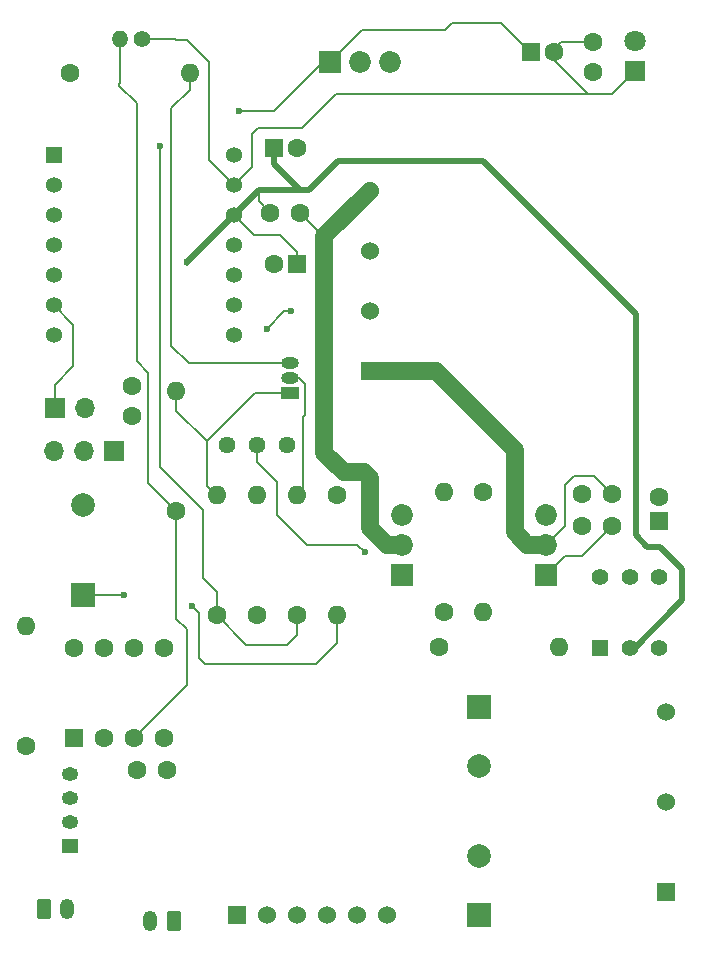
<source format=gbl>
G04 #@! TF.GenerationSoftware,KiCad,Pcbnew,8.0.4*
G04 #@! TF.CreationDate,2024-08-08T12:00:57+02:00*
G04 #@! TF.ProjectId,LED-board-PWM,4c45442d-626f-4617-9264-2d50574d2e6b,rev?*
G04 #@! TF.SameCoordinates,Original*
G04 #@! TF.FileFunction,Copper,L2,Bot*
G04 #@! TF.FilePolarity,Positive*
%FSLAX46Y46*%
G04 Gerber Fmt 4.6, Leading zero omitted, Abs format (unit mm)*
G04 Created by KiCad (PCBNEW 8.0.4) date 2024-08-08 12:00:57*
%MOMM*%
%LPD*%
G01*
G04 APERTURE LIST*
G04 Aperture macros list*
%AMRoundRect*
0 Rectangle with rounded corners*
0 $1 Rounding radius*
0 $2 $3 $4 $5 $6 $7 $8 $9 X,Y pos of 4 corners*
0 Add a 4 corners polygon primitive as box body*
4,1,4,$2,$3,$4,$5,$6,$7,$8,$9,$2,$3,0*
0 Add four circle primitives for the rounded corners*
1,1,$1+$1,$2,$3*
1,1,$1+$1,$4,$5*
1,1,$1+$1,$6,$7*
1,1,$1+$1,$8,$9*
0 Add four rect primitives between the rounded corners*
20,1,$1+$1,$2,$3,$4,$5,0*
20,1,$1+$1,$4,$5,$6,$7,0*
20,1,$1+$1,$6,$7,$8,$9,0*
20,1,$1+$1,$8,$9,$2,$3,0*%
G04 Aperture macros list end*
G04 #@! TA.AperFunction,ComponentPad*
%ADD10C,1.600000*%
G04 #@! TD*
G04 #@! TA.AperFunction,ComponentPad*
%ADD11R,1.600000X1.600000*%
G04 #@! TD*
G04 #@! TA.AperFunction,ComponentPad*
%ADD12R,1.524000X1.524000*%
G04 #@! TD*
G04 #@! TA.AperFunction,ComponentPad*
%ADD13C,1.524000*%
G04 #@! TD*
G04 #@! TA.AperFunction,ComponentPad*
%ADD14O,1.600000X1.600000*%
G04 #@! TD*
G04 #@! TA.AperFunction,ComponentPad*
%ADD15RoundRect,0.250000X0.350000X0.625000X-0.350000X0.625000X-0.350000X-0.625000X0.350000X-0.625000X0*%
G04 #@! TD*
G04 #@! TA.AperFunction,ComponentPad*
%ADD16O,1.200000X1.750000*%
G04 #@! TD*
G04 #@! TA.AperFunction,ComponentPad*
%ADD17R,1.800000X1.800000*%
G04 #@! TD*
G04 #@! TA.AperFunction,ComponentPad*
%ADD18C,1.800000*%
G04 #@! TD*
G04 #@! TA.AperFunction,ComponentPad*
%ADD19R,1.397000X1.143000*%
G04 #@! TD*
G04 #@! TA.AperFunction,ComponentPad*
%ADD20O,1.397000X1.143000*%
G04 #@! TD*
G04 #@! TA.AperFunction,ComponentPad*
%ADD21R,1.850000X1.850000*%
G04 #@! TD*
G04 #@! TA.AperFunction,ComponentPad*
%ADD22C,1.850000*%
G04 #@! TD*
G04 #@! TA.AperFunction,ComponentPad*
%ADD23C,1.440000*%
G04 #@! TD*
G04 #@! TA.AperFunction,ComponentPad*
%ADD24RoundRect,0.250000X-0.350000X-0.625000X0.350000X-0.625000X0.350000X0.625000X-0.350000X0.625000X0*%
G04 #@! TD*
G04 #@! TA.AperFunction,ComponentPad*
%ADD25R,2.000000X2.000000*%
G04 #@! TD*
G04 #@! TA.AperFunction,ComponentPad*
%ADD26C,2.000000*%
G04 #@! TD*
G04 #@! TA.AperFunction,ComponentPad*
%ADD27C,1.400000*%
G04 #@! TD*
G04 #@! TA.AperFunction,ComponentPad*
%ADD28O,1.400000X1.400000*%
G04 #@! TD*
G04 #@! TA.AperFunction,ComponentPad*
%ADD29R,1.700000X1.700000*%
G04 #@! TD*
G04 #@! TA.AperFunction,ComponentPad*
%ADD30O,1.700000X1.700000*%
G04 #@! TD*
G04 #@! TA.AperFunction,ComponentPad*
%ADD31R,1.500000X1.000000*%
G04 #@! TD*
G04 #@! TA.AperFunction,ComponentPad*
%ADD32O,1.500000X1.000000*%
G04 #@! TD*
G04 #@! TA.AperFunction,ComponentPad*
%ADD33R,1.358000X1.358000*%
G04 #@! TD*
G04 #@! TA.AperFunction,ComponentPad*
%ADD34C,1.358000*%
G04 #@! TD*
G04 #@! TA.AperFunction,ComponentPad*
%ADD35R,1.408000X1.408000*%
G04 #@! TD*
G04 #@! TA.AperFunction,ComponentPad*
%ADD36C,1.408000*%
G04 #@! TD*
G04 #@! TA.AperFunction,ViaPad*
%ADD37C,0.600000*%
G04 #@! TD*
G04 #@! TA.AperFunction,Conductor*
%ADD38C,0.127000*%
G04 #@! TD*
G04 #@! TA.AperFunction,Conductor*
%ADD39C,0.508000*%
G04 #@! TD*
G04 #@! TA.AperFunction,Conductor*
%ADD40C,0.200000*%
G04 #@! TD*
G04 #@! TA.AperFunction,Conductor*
%ADD41C,0.254000*%
G04 #@! TD*
G04 #@! TA.AperFunction,Conductor*
%ADD42C,1.500000*%
G04 #@! TD*
G04 APERTURE END LIST*
D10*
X122850000Y-65750000D03*
D11*
X124850000Y-65750000D03*
X122844888Y-56000000D03*
D10*
X124844888Y-56000000D03*
D11*
X144600000Y-47800000D03*
D10*
X146600000Y-47800000D03*
D12*
X131000000Y-74825000D03*
D13*
X131000000Y-69745000D03*
X131000000Y-64665000D03*
X131000000Y-59585000D03*
D10*
X124825000Y-95530000D03*
D14*
X124825000Y-85370000D03*
D15*
X114380600Y-121400000D03*
D16*
X112380600Y-121400000D03*
D17*
X153450000Y-49400000D03*
D18*
X153450000Y-46860000D03*
D19*
X105614747Y-115038574D03*
D20*
X105614747Y-113006574D03*
X105614747Y-110974574D03*
X105614747Y-108942574D03*
D10*
X140550000Y-85070000D03*
D14*
X140550000Y-95230000D03*
D21*
X133700000Y-92080000D03*
D22*
X133700000Y-89540000D03*
X133700000Y-87000000D03*
D10*
X125050000Y-61450000D03*
X122550000Y-61450000D03*
D23*
X123950000Y-81100000D03*
X121410000Y-81100000D03*
X118870000Y-81100000D03*
D24*
X103380600Y-120400000D03*
D16*
X105380600Y-120400000D03*
D25*
X106700000Y-93800000D03*
D26*
X106700000Y-86200000D03*
D10*
X149000000Y-85250000D03*
X151500000Y-85250000D03*
D27*
X111705000Y-46700000D03*
D28*
X109805000Y-46700000D03*
D29*
X104300000Y-78000000D03*
D30*
X106840000Y-78000000D03*
D10*
X128200000Y-85370000D03*
D14*
X128200000Y-95530000D03*
D31*
X124200000Y-76700000D03*
D32*
X124200000Y-75430000D03*
X124200000Y-74160000D03*
D10*
X110900000Y-76150000D03*
X110900000Y-78650000D03*
X137300000Y-95235000D03*
D14*
X137300000Y-85075000D03*
D10*
X118025000Y-95525000D03*
D14*
X118025000Y-85365000D03*
D10*
X149900000Y-49500000D03*
X149900000Y-47000000D03*
X136850000Y-98200000D03*
D14*
X147010000Y-98200000D03*
D12*
X119709400Y-120916500D03*
D13*
X122249400Y-120916500D03*
X124789400Y-120916500D03*
X127329400Y-120916500D03*
X129869400Y-120916500D03*
X132409400Y-120916500D03*
D10*
X111300000Y-108600000D03*
X113800000Y-108600000D03*
D12*
X156088700Y-118941200D03*
D13*
X156088700Y-111321200D03*
X156088700Y-103701200D03*
D10*
X155500000Y-85500000D03*
D11*
X155500000Y-87500000D03*
D33*
X104250000Y-56560000D03*
D34*
X104250000Y-59100000D03*
X104250000Y-61640000D03*
X104250000Y-64180000D03*
X104250000Y-66720000D03*
X104250000Y-69260000D03*
X104250000Y-71800000D03*
X119490000Y-71800000D03*
X119490000Y-69260000D03*
X119490000Y-66720000D03*
X119490000Y-64180000D03*
X119490000Y-61640000D03*
X119490000Y-59100000D03*
X119490000Y-56560000D03*
D10*
X105620000Y-49600000D03*
D14*
X115780000Y-49600000D03*
D10*
X121450000Y-95525000D03*
D14*
X121450000Y-85365000D03*
D21*
X145940000Y-92080000D03*
D22*
X145940000Y-89540000D03*
X145940000Y-87000000D03*
D21*
X127600000Y-48700000D03*
D22*
X130140000Y-48700000D03*
X132680000Y-48700000D03*
D35*
X150500000Y-98250000D03*
D36*
X153000000Y-98250000D03*
X155500000Y-98250000D03*
X150500000Y-92250000D03*
X153000000Y-92250000D03*
X155500000Y-92250000D03*
D10*
X149000000Y-88000000D03*
X151500000Y-88000000D03*
D25*
X140250000Y-103250000D03*
D26*
X140250000Y-108250000D03*
D10*
X114600000Y-86655000D03*
D14*
X114600000Y-76495000D03*
D11*
X105950000Y-105910000D03*
D10*
X108490000Y-105910000D03*
X111030000Y-105910000D03*
X113570000Y-105910000D03*
X113570000Y-98290000D03*
X111030000Y-98290000D03*
X108490000Y-98290000D03*
X105950000Y-98290000D03*
X101900000Y-106560000D03*
D14*
X101900000Y-96400000D03*
D25*
X140250000Y-120867677D03*
D26*
X140250000Y-115867677D03*
D29*
X109345000Y-81650000D03*
D30*
X106805000Y-81650000D03*
X104265000Y-81650000D03*
D37*
X130600000Y-90150000D03*
X124350000Y-69750000D03*
X122250000Y-71250000D03*
X115500000Y-65630000D03*
X115900000Y-94700000D03*
X110200000Y-93800000D03*
X119900000Y-52800000D03*
X113250000Y-55750000D03*
D38*
X122550000Y-61450000D02*
X121580000Y-60480000D01*
X121580000Y-60480000D02*
X121580000Y-59550000D01*
D39*
X125100000Y-59550000D02*
X121580000Y-59550000D01*
X125850000Y-59550000D02*
X125100000Y-59550000D01*
X125100000Y-59550000D02*
X122844888Y-57294888D01*
X122844888Y-57294888D02*
X122844888Y-56000000D01*
D38*
X121550000Y-54250000D02*
X121050000Y-54750000D01*
X125250000Y-54250000D02*
X121550000Y-54250000D01*
X121050000Y-54750000D02*
X121050000Y-57540000D01*
X121050000Y-57540000D02*
X119490000Y-59100000D01*
X128100000Y-51400000D02*
X125250000Y-54250000D01*
D40*
X125650000Y-89550000D02*
X129950000Y-89550000D01*
D38*
X149900000Y-47000000D02*
X147200000Y-47000000D01*
X115500000Y-46800000D02*
X114584017Y-46800000D01*
X114484017Y-46700000D02*
X111705000Y-46700000D01*
X146450000Y-48350000D02*
X149500000Y-51400000D01*
X149500000Y-51400000D02*
X151475000Y-51400000D01*
X114584017Y-46800000D02*
X114484017Y-46700000D01*
X117400000Y-57010000D02*
X117400000Y-48700000D01*
X117400000Y-48700000D02*
X115500000Y-46800000D01*
D40*
X129950000Y-89550000D02*
X130550000Y-90150000D01*
D38*
X149500000Y-51400000D02*
X128100000Y-51400000D01*
D40*
X130550000Y-90150000D02*
X130600000Y-90150000D01*
X121410000Y-81100000D02*
X121410000Y-82510000D01*
X123150000Y-84250000D02*
X123150000Y-87050000D01*
D38*
X119490000Y-59100000D02*
X117400000Y-57010000D01*
D40*
X121410000Y-82510000D02*
X123150000Y-84250000D01*
X124350000Y-88250000D02*
X125650000Y-89550000D01*
D38*
X146450000Y-47750000D02*
X146450000Y-48350000D01*
X147200000Y-47000000D02*
X146450000Y-47750000D01*
D41*
X106800000Y-87000000D02*
X106700000Y-86900000D01*
D40*
X123150000Y-87050000D02*
X124350000Y-88250000D01*
D38*
X151475000Y-51400000D02*
X153450000Y-49425000D01*
X106061426Y-114938574D02*
X105614747Y-114938574D01*
D40*
X123750000Y-69750000D02*
X124350000Y-69750000D01*
X114600000Y-76670000D02*
X114600000Y-78200000D01*
X114600000Y-78200000D02*
X117200000Y-80800000D01*
X122250000Y-71250000D02*
X123750000Y-69750000D01*
X117200000Y-84540000D02*
X118025000Y-85365000D01*
X117200000Y-80800000D02*
X117200000Y-84540000D01*
X121300000Y-76700000D02*
X124200000Y-76700000D01*
X117200000Y-80800000D02*
X121300000Y-76700000D01*
X114425000Y-76495000D02*
X114600000Y-76670000D01*
D38*
X111250000Y-74000000D02*
X112250000Y-75000000D01*
X109800000Y-50500000D02*
X109800000Y-50700000D01*
X109805000Y-46700000D02*
X109805000Y-50495000D01*
X109800000Y-50700000D02*
X111250000Y-52150000D01*
X114600000Y-95800000D02*
X115500000Y-96700000D01*
X114600000Y-86665000D02*
X114600000Y-95800000D01*
X112250000Y-75000000D02*
X112250000Y-84315000D01*
X112250000Y-84315000D02*
X114600000Y-86665000D01*
X109805000Y-50495000D02*
X109800000Y-50500000D01*
X115500000Y-101440000D02*
X111030000Y-105910000D01*
X111250000Y-52150000D02*
X111250000Y-74000000D01*
X115500000Y-96700000D02*
X115500000Y-101440000D01*
D39*
X153500000Y-70000000D02*
X140600000Y-57100000D01*
X155600000Y-89750000D02*
X154500000Y-89750000D01*
D38*
X123400000Y-63350000D02*
X121200000Y-63350000D01*
D39*
X157450000Y-91600000D02*
X155600000Y-89750000D01*
X153000000Y-98687500D02*
X157450000Y-94237500D01*
X128300000Y-57100000D02*
X125850000Y-59550000D01*
X153500000Y-88750000D02*
X153500000Y-70000000D01*
X157450000Y-94237500D02*
X157450000Y-91600000D01*
X140600000Y-57100000D02*
X128300000Y-57100000D01*
D38*
X124850000Y-64800000D02*
X123400000Y-63350000D01*
D39*
X154500000Y-89750000D02*
X153500000Y-88750000D01*
X115500000Y-65630000D02*
X119490000Y-61640000D01*
X115500000Y-65630000D02*
X115540000Y-65670000D01*
D38*
X124850000Y-65750000D02*
X124850000Y-64800000D01*
D39*
X121580000Y-59550000D02*
X119490000Y-61640000D01*
D38*
X121200000Y-63350000D02*
X119490000Y-61640000D01*
D41*
X106805000Y-81650000D02*
X106805000Y-81185000D01*
D38*
X104250000Y-69260000D02*
X105900000Y-70910000D01*
X105900000Y-70910000D02*
X105900000Y-74450000D01*
X105900000Y-74450000D02*
X104300000Y-76050000D01*
X104300000Y-76050000D02*
X104300000Y-78000000D01*
X126425000Y-99650000D02*
X117000000Y-99650000D01*
X106700000Y-93800000D02*
X110200000Y-93800000D01*
X128200000Y-97875000D02*
X126425000Y-99650000D01*
X116500000Y-99150000D02*
X116500000Y-95300000D01*
X117000000Y-99650000D02*
X116500000Y-99150000D01*
X116500000Y-95300000D02*
X115900000Y-94700000D01*
X128200000Y-95530000D02*
X128200000Y-97875000D01*
D41*
X107050000Y-94500000D02*
X106700000Y-94500000D01*
D42*
X143250000Y-81500000D02*
X136575000Y-74825000D01*
X145940000Y-89540000D02*
X144290000Y-89540000D01*
D38*
X147500000Y-84500000D02*
X148250000Y-83750000D01*
X148250000Y-83750000D02*
X150000000Y-83750000D01*
D42*
X136575000Y-74825000D02*
X131000000Y-74825000D01*
D38*
X150000000Y-83750000D02*
X151500000Y-85250000D01*
X145940000Y-89540000D02*
X147500000Y-87980000D01*
X147500000Y-87980000D02*
X147500000Y-84500000D01*
D42*
X143250000Y-88500000D02*
X143250000Y-81500000D01*
X144290000Y-89540000D02*
X143250000Y-88500000D01*
D38*
X115660000Y-74160000D02*
X114200000Y-72700000D01*
X114200000Y-52600000D02*
X114200000Y-72700000D01*
X114200000Y-52600000D02*
X115780000Y-51020000D01*
X115780000Y-51020000D02*
X115780000Y-49500000D01*
X124200000Y-74160000D02*
X115660000Y-74160000D01*
X124980000Y-75430000D02*
X125500000Y-75950000D01*
X125500000Y-75950000D02*
X125500000Y-78550000D01*
X125350000Y-84845000D02*
X124825000Y-85370000D01*
X125350000Y-78700000D02*
X125350000Y-84845000D01*
X125500000Y-78550000D02*
X125350000Y-78700000D01*
X124200000Y-75430000D02*
X124980000Y-75430000D01*
D42*
X128800000Y-83400000D02*
X127150000Y-81750000D01*
X132440000Y-89540000D02*
X131000000Y-88100000D01*
X131000000Y-88100000D02*
X131000000Y-83900000D01*
X131000000Y-83900000D02*
X130500000Y-83400000D01*
D38*
X127035000Y-63435000D02*
X127150000Y-63435000D01*
D42*
X133700000Y-89540000D02*
X132440000Y-89540000D01*
D38*
X126800000Y-63050000D02*
X126800000Y-63785000D01*
X125050000Y-61450000D02*
X127035000Y-63435000D01*
D42*
X127150000Y-63435000D02*
X131000000Y-59585000D01*
X127150000Y-81750000D02*
X127150000Y-63435000D01*
X130500000Y-83400000D02*
X128800000Y-83400000D01*
D38*
X147520000Y-90500000D02*
X145940000Y-92080000D01*
X149000000Y-90500000D02*
X147520000Y-90500000D01*
X151500000Y-88000000D02*
X149000000Y-90500000D01*
X116850000Y-86600000D02*
X116850000Y-92350000D01*
X122000000Y-52800000D02*
X122900000Y-52800000D01*
X116850000Y-92350000D02*
X118025000Y-93525000D01*
X118025000Y-93525000D02*
X118025000Y-95525000D01*
X113200000Y-55800000D02*
X113200000Y-82950000D01*
X142100000Y-45400000D02*
X144450000Y-47750000D01*
X118025000Y-95525000D02*
X120500000Y-98000000D01*
X124000000Y-98000000D02*
X124825000Y-97175000D01*
X113200000Y-82950000D02*
X116850000Y-86600000D01*
X122900000Y-52800000D02*
X127000000Y-48700000D01*
X127000000Y-48700000D02*
X127600000Y-48700000D01*
X127600000Y-48700000D02*
X130300000Y-46000000D01*
X120500000Y-98000000D02*
X124000000Y-98000000D01*
X119900000Y-52800000D02*
X122000000Y-52800000D01*
X113250000Y-55750000D02*
X113200000Y-55800000D01*
X124825000Y-97175000D02*
X124825000Y-95530000D01*
X137350000Y-46000000D02*
X137950000Y-45400000D01*
X130300000Y-46000000D02*
X137350000Y-46000000D01*
X137950000Y-45400000D02*
X142100000Y-45400000D01*
M02*

</source>
